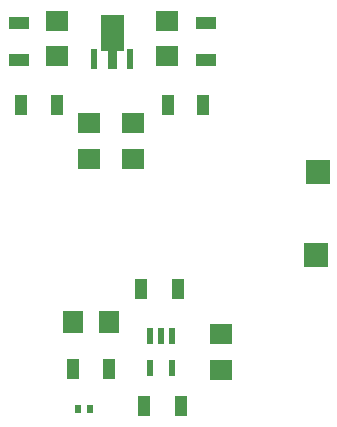
<source format=gtp>
G04*
G04 #@! TF.GenerationSoftware,Altium Limited,Altium Designer,23.4.1 (23)*
G04*
G04 Layer_Color=8421504*
%FSLAX44Y44*%
%MOMM*%
G71*
G04*
G04 #@! TF.SameCoordinates,578947FD-33E4-429F-A021-2FF82048D882*
G04*
G04*
G04 #@! TF.FilePolarity,Positive*
G04*
G01*
G75*
%ADD16R,1.8400X1.8000*%
G04:AMPARAMS|DCode=17|XSize=1.1mm|YSize=1.73mm|CornerRadius=0.11mm|HoleSize=0mm|Usage=FLASHONLY|Rotation=180.000|XOffset=0mm|YOffset=0mm|HoleType=Round|Shape=RoundedRectangle|*
%AMROUNDEDRECTD17*
21,1,1.1000,1.5100,0,0,180.0*
21,1,0.8800,1.7300,0,0,180.0*
1,1,0.2200,-0.4400,0.7550*
1,1,0.2200,0.4400,0.7550*
1,1,0.2200,0.4400,-0.7550*
1,1,0.2200,-0.4400,-0.7550*
%
%ADD17ROUNDEDRECTD17*%
%ADD18R,1.8000X1.0000*%
%ADD19R,0.5800X1.7300*%
%ADD20C,1.7397*%
%ADD21R,0.6000X0.7000*%
%ADD22R,1.8000X1.8400*%
%ADD23R,0.5588X1.3208*%
%ADD24R,1.0000X1.8000*%
%ADD25R,2.0000X2.0000*%
G36*
X226828Y333633D02*
X220963D01*
Y318633D01*
X213363D01*
Y333633D01*
X207498D01*
Y363933D01*
X226828D01*
Y333633D01*
D02*
G37*
D16*
X197322Y272644D02*
D03*
Y242644D02*
D03*
X235272D02*
D03*
Y272644D02*
D03*
X263556Y329508D02*
D03*
Y359508D02*
D03*
X170753Y329508D02*
D03*
Y359508D02*
D03*
X309491Y63740D02*
D03*
Y93740D02*
D03*
D17*
X264112Y288290D02*
D03*
X294312D02*
D03*
X170494Y288290D02*
D03*
X140294D02*
D03*
X184290Y64770D02*
D03*
X214490D02*
D03*
D18*
X296646Y326258D02*
D03*
Y357258D02*
D03*
X138063Y326258D02*
D03*
Y357258D02*
D03*
D19*
X202163Y327283D02*
D03*
X232163D02*
D03*
D20*
X217163Y345093D02*
D03*
D21*
X188040Y30480D02*
D03*
X198040D02*
D03*
D22*
X184390Y104140D02*
D03*
X214390D02*
D03*
D23*
X268089Y65024D02*
D03*
X249293D02*
D03*
Y92456D02*
D03*
X258691D02*
D03*
X268089D02*
D03*
D24*
X241921Y132080D02*
D03*
X272921D02*
D03*
X244461Y33020D02*
D03*
X275461D02*
D03*
D25*
X391160Y231140D02*
D03*
X389890Y161290D02*
D03*
M02*

</source>
